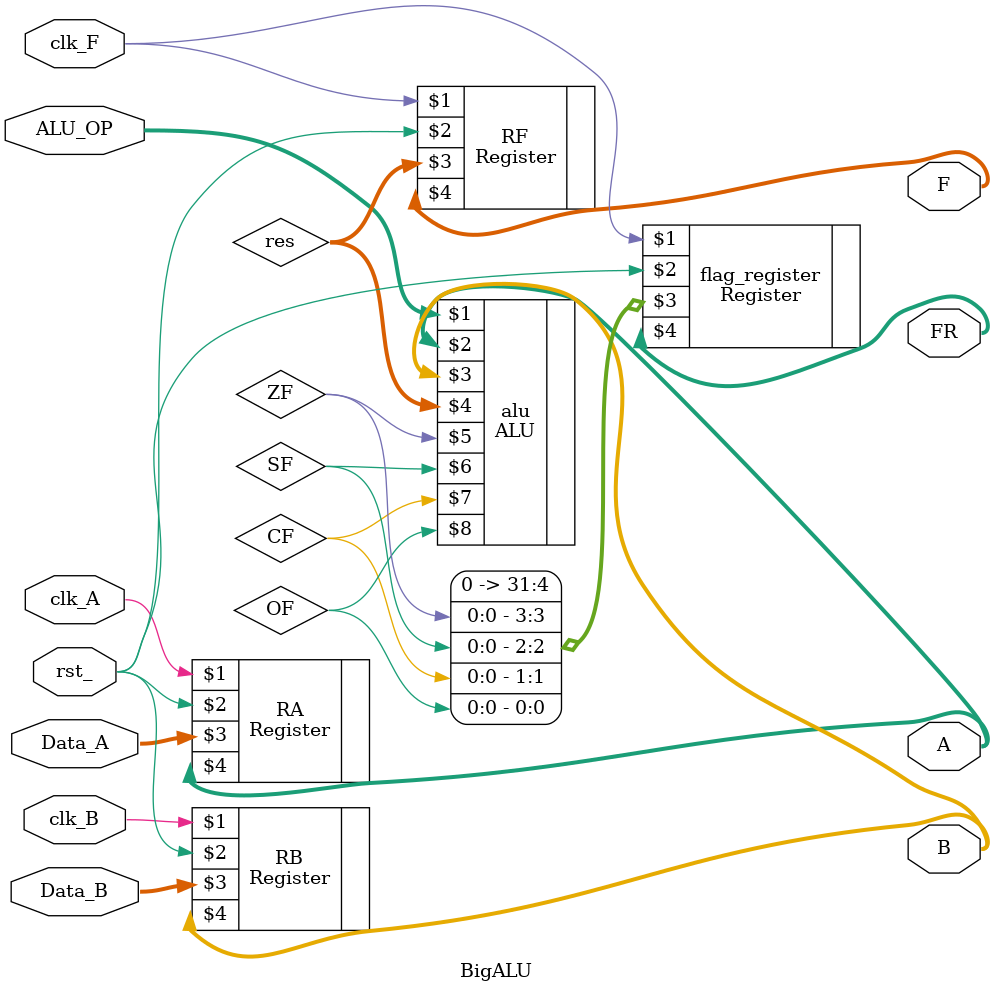
<source format=v>
`timescale 1ns/1ps

module BigALU(ALU_OP,Data_A,Data_B,rst_,clk_A,clk_B,clk_F,A,B,F,FR);
    input [3:0]ALU_OP;
    input [31:0]Data_A,Data_B;
    input rst_,clk_A,clk_B,clk_F;
    output [31:0]F;
    output [3:0]FR;
    output [31:0]A,B;
    wire [31:0]res;
    wire ZF,SF,CF,OF;
    Register RA(clk_A,rst_,Data_A,A);                                   //暂存器
    Register RB(clk_B,rst_,Data_B,B);                                   //暂存器
    ALU alu(ALU_OP,A,B,res,ZF,SF,CF,OF);                                //ALU
    Register RF(clk_F,rst_,res,F);                                     //暂存器
    Register flag_register(clk_F,rst_,{28'b0,ZF,SF,CF,OF},FR);         //暂存器
endmodule
</source>
